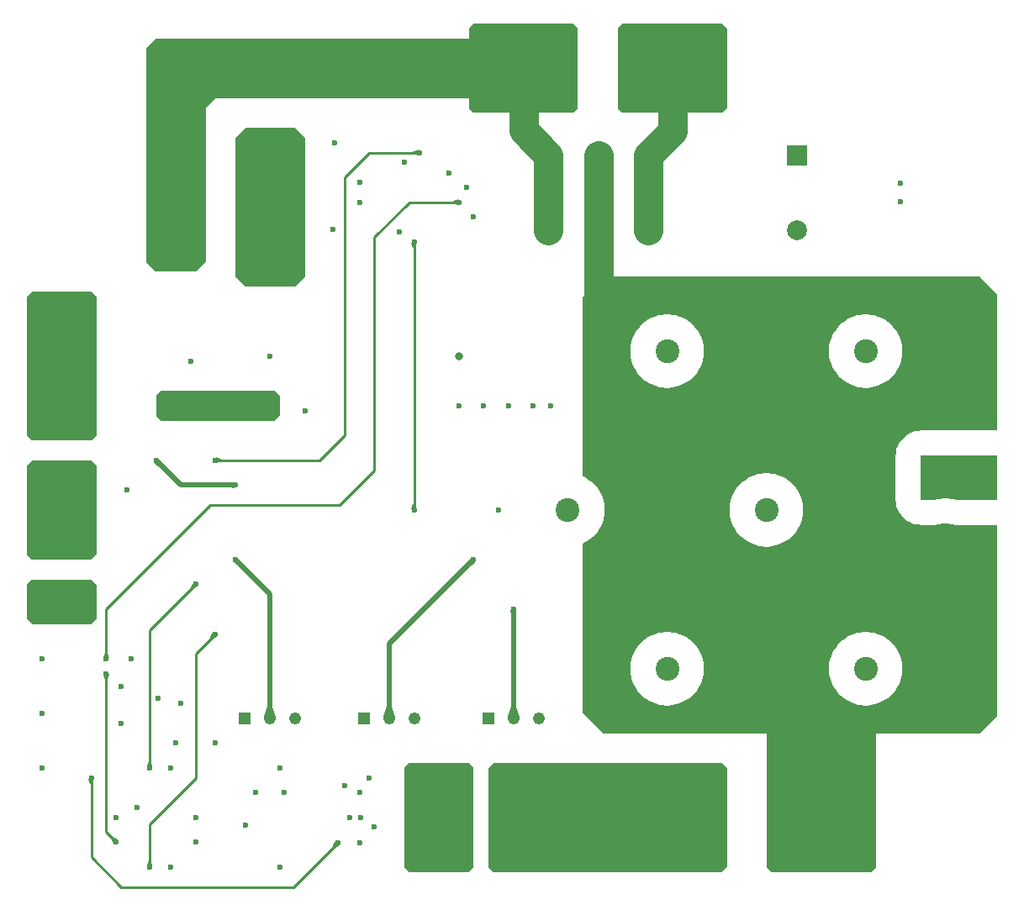
<source format=gbr>
%TF.GenerationSoftware,KiCad,Pcbnew,9.0.0*%
%TF.CreationDate,2025-08-07T11:31:08+08:00*%
%TF.ProjectId,Regen Clamp,52656765-6e20-4436-9c61-6d702e6b6963,1.1*%
%TF.SameCoordinates,PXa7d8c00PY8c30ac0*%
%TF.FileFunction,Copper,L4,Bot*%
%TF.FilePolarity,Positive*%
%FSLAX46Y46*%
G04 Gerber Fmt 4.6, Leading zero omitted, Abs format (unit mm)*
G04 Created by KiCad (PCBNEW 9.0.0) date 2025-08-07 11:31:08*
%MOMM*%
%LPD*%
G01*
G04 APERTURE LIST*
%TA.AperFunction,ComponentPad*%
%ADD10C,2.400000*%
%TD*%
%TA.AperFunction,ComponentPad*%
%ADD11C,2.900000*%
%TD*%
%TA.AperFunction,ComponentPad*%
%ADD12C,2.000000*%
%TD*%
%TA.AperFunction,ComponentPad*%
%ADD13R,2.000000X2.000000*%
%TD*%
%TA.AperFunction,ComponentPad*%
%ADD14R,1.218000X1.218000*%
%TD*%
%TA.AperFunction,ComponentPad*%
%ADD15C,1.218000*%
%TD*%
%TA.AperFunction,ComponentPad*%
%ADD16R,2.400000X2.400000*%
%TD*%
%TA.AperFunction,ViaPad*%
%ADD17C,0.600000*%
%TD*%
%TA.AperFunction,ViaPad*%
%ADD18C,0.800000*%
%TD*%
%TA.AperFunction,Conductor*%
%ADD19C,0.254000*%
%TD*%
%TA.AperFunction,Conductor*%
%ADD20C,3.000000*%
%TD*%
%TA.AperFunction,Conductor*%
%ADD21C,0.500000*%
%TD*%
G04 APERTURE END LIST*
D10*
%TO.P,J2,1,Pin_1*%
%TO.N,SW1*%
X5500000Y36500000D03*
%TO.P,J2,2,Pin_2*%
%TO.N,VIN-*%
X5500000Y31420000D03*
%TD*%
%TO.P,J5,1,Pin_1*%
%TO.N,VOUT+*%
X94500000Y37460000D03*
%TO.P,J5,2,Pin_2*%
%TO.N,VIN-*%
X94500000Y42540000D03*
%TD*%
D11*
%TO.P,J3,1,Pin_1*%
%TO.N,VOUT+*%
X78400000Y11500000D03*
X78400000Y6500000D03*
X85600000Y11500000D03*
X85600000Y6500000D03*
%TD*%
D10*
%TO.P,J1,1,Pin_1*%
%TO.N,SW2*%
X5500000Y48580000D03*
%TO.P,J1,2,Pin_2*%
%TO.N,SW1*%
X5500000Y43500000D03*
%TD*%
D12*
%TO.P,K1,11*%
%TO.N,VOUT+*%
X59537500Y75687500D03*
X59537500Y68187500D03*
%TO.P,K1,12*%
%TO.N,R_PRECHARGE-*%
X64537500Y75687500D03*
X64537500Y68187500D03*
%TO.P,K1,14*%
%TO.N,R_PRECHARGE+*%
X54537500Y75687500D03*
X54537500Y68187500D03*
D13*
%TO.P,K1,A1*%
%TO.N,+12V*%
X79537500Y75687500D03*
D12*
%TO.P,K1,A2*%
%TO.N,Net-(D6-A)*%
X79537500Y68187500D03*
%TD*%
D14*
%TO.P,RV2,1,1*%
%TO.N,unconnected-(RV2-Pad1)*%
X35960000Y19000000D03*
D15*
%TO.P,RV2,2,2*%
%TO.N,Net-(R42-Pad1)*%
X38500000Y19000000D03*
%TO.P,RV2,3,3*%
%TO.N,VIN-*%
X41040000Y19000000D03*
%TD*%
D16*
%TO.P,C23,1*%
%TO.N,VOUT+*%
X63977780Y40000000D03*
D10*
%TO.P,C23,2*%
%TO.N,VIN-*%
X56477780Y40000000D03*
%TD*%
D16*
%TO.P,C22,1*%
%TO.N,VOUT+*%
X73977780Y24000000D03*
D10*
%TO.P,C22,2*%
%TO.N,VIN-*%
X66477780Y24000000D03*
%TD*%
D11*
%TO.P,J4,1,Pin_1*%
%TO.N,R_DISCHARGE-*%
X63400000Y11500000D03*
X63400000Y6500000D03*
X70600000Y11500000D03*
X70600000Y6500000D03*
%TD*%
D14*
%TO.P,RV1,1,1*%
%TO.N,unconnected-(RV1-Pad1)*%
X48460000Y19000000D03*
D15*
%TO.P,RV1,2,2*%
%TO.N,Net-(R36-Pad1)*%
X51000000Y19000000D03*
%TO.P,RV1,3,3*%
%TO.N,VIN-*%
X53540000Y19000000D03*
%TD*%
D16*
%TO.P,C19,1*%
%TO.N,VOUT+*%
X83977780Y40000000D03*
D10*
%TO.P,C19,2*%
%TO.N,VIN-*%
X76477780Y40000000D03*
%TD*%
D16*
%TO.P,C20,1*%
%TO.N,VOUT+*%
X93977780Y56000000D03*
D10*
%TO.P,C20,2*%
%TO.N,VIN-*%
X86477780Y56000000D03*
%TD*%
D11*
%TO.P,J7,1,Pin_1*%
%TO.N,R_PRECHARGE-*%
X70600000Y82000000D03*
X70600000Y87000000D03*
X63400000Y82000000D03*
X63400000Y87000000D03*
%TD*%
%TO.P,J6,1,Pin_1*%
%TO.N,R_PRECHARGE+*%
X55600000Y82000000D03*
X55600000Y87000000D03*
X48400000Y82000000D03*
X48400000Y87000000D03*
%TD*%
D14*
%TO.P,RV3,1,1*%
%TO.N,unconnected-(RV3-Pad1)*%
X23960000Y19000000D03*
D15*
%TO.P,RV3,2,2*%
%TO.N,Net-(R23-Pad1)*%
X26500000Y19000000D03*
%TO.P,RV3,3,3*%
%TO.N,VIN-*%
X29040000Y19000000D03*
%TD*%
D16*
%TO.P,C24,1*%
%TO.N,VOUT+*%
X93977780Y24000000D03*
D10*
%TO.P,C24,2*%
%TO.N,VIN-*%
X86477780Y24000000D03*
%TD*%
D16*
%TO.P,C21,1*%
%TO.N,VOUT+*%
X73977780Y56000000D03*
D10*
%TO.P,C21,2*%
%TO.N,VIN-*%
X66477780Y56000000D03*
%TD*%
D17*
%TO.N,VIN+*%
X26500000Y55500000D03*
X12037500Y42000000D03*
X18500000Y55000000D03*
X30050000Y50000000D03*
D18*
%TO.N,VIN-*%
X43000000Y8500000D03*
D17*
X3500000Y19500000D03*
X29500000Y77000000D03*
D18*
X41000000Y13000000D03*
D17*
X24000000Y8250000D03*
D18*
X3500000Y31500000D03*
D17*
X11500000Y18500000D03*
X53000000Y50500000D03*
X19000000Y9000000D03*
X35637500Y9000000D03*
X11000000Y9000000D03*
D18*
X43000000Y4500000D03*
X28175000Y73525000D03*
D17*
X15250000Y21000000D03*
D18*
X24500000Y66000000D03*
D17*
X25000000Y11500000D03*
X27500000Y14000000D03*
D18*
X7500000Y31500000D03*
X28175000Y70475000D03*
X41000000Y6460000D03*
X96500000Y42500000D03*
X96500000Y44500000D03*
X28500000Y66000000D03*
X94500000Y44500000D03*
D17*
X40020000Y75000000D03*
X45500000Y50500000D03*
D18*
X7500000Y29500000D03*
D17*
X12500000Y25000000D03*
D18*
X43000000Y13000000D03*
X45000000Y4500000D03*
D17*
X39500000Y68000000D03*
D18*
X98500000Y44500000D03*
D17*
X34500000Y9000000D03*
X37000000Y8050000D03*
X44500000Y73905000D03*
X29500000Y67000000D03*
D18*
X26500000Y50000000D03*
X41000000Y4500000D03*
X18500000Y50000000D03*
X45000000Y13000000D03*
X24825000Y70475000D03*
D17*
X29500000Y76000000D03*
X17510000Y20490000D03*
X35500000Y11500000D03*
X49500000Y40000000D03*
X50500000Y50500000D03*
X90000000Y72950000D03*
X48000000Y50500000D03*
D18*
X28500000Y64000000D03*
D17*
X27500000Y4000000D03*
D18*
X26500000Y66000000D03*
D17*
X3500000Y14000000D03*
D18*
X24825000Y73525000D03*
X41000000Y8500000D03*
X24500000Y64000000D03*
D17*
X16500000Y14000000D03*
X13095000Y10000000D03*
D18*
X5500000Y29500000D03*
D17*
X36500000Y13000000D03*
X35500000Y6500000D03*
X21000000Y16500000D03*
X16500000Y4000000D03*
D18*
X26500000Y72000000D03*
D17*
X3500000Y25000000D03*
X35500000Y73000000D03*
D18*
X3500000Y29500000D03*
X98500000Y42500000D03*
X45000000Y8500000D03*
D17*
X47000000Y69500000D03*
X54750000Y50500000D03*
%TO.N,Net-(Q1-G)*%
X90000000Y71050000D03*
X46250000Y72510000D03*
D18*
%TO.N,+15V*%
X45500000Y55500000D03*
D17*
X19000000Y6525000D03*
X34020000Y12250000D03*
X32800000Y68300000D03*
X35500000Y71000000D03*
%TO.N,+12V*%
X11500000Y22250000D03*
X33000000Y77000000D03*
%TO.N,/VIN_REF*%
X41000000Y40000000D03*
X41000000Y67000000D03*
%TO.N,/VOUT_REF_PRE*%
X41500000Y76000000D03*
X21000000Y45000000D03*
%TO.N,VOUT_REF_DIS*%
X11000000Y6525000D03*
X10000000Y23500000D03*
D18*
%TO.N,VOUT+*%
X59537500Y58000000D03*
X59537500Y56000000D03*
X59537500Y60000000D03*
X62000000Y60000000D03*
X98500000Y37500000D03*
D17*
X62000000Y25000000D03*
D18*
X96500000Y35500000D03*
X62000000Y58000000D03*
X98500000Y35500000D03*
D17*
X62000000Y45000000D03*
D18*
X62000000Y56000000D03*
D17*
%TO.N,+5V*%
X27900000Y11500000D03*
X17000000Y16500000D03*
%TO.N,/Comparator/VIN_REF_H*%
X21000000Y27500000D03*
X14365000Y4000000D03*
%TO.N,/Comparator/VIN_REF_L*%
X14365000Y14000000D03*
X19000000Y32500000D03*
D18*
%TO.N,R_PRECHARGE+*%
X15000000Y65500000D03*
X15000000Y73500000D03*
X15000000Y71500000D03*
X15000000Y75500000D03*
X17000000Y69500000D03*
X19000000Y69500000D03*
X15000000Y67500000D03*
X15000000Y69500000D03*
%TO.N,R_DISCHARGE-*%
X55925000Y6225000D03*
X51075000Y11775000D03*
X55925000Y11775000D03*
X51075000Y6225000D03*
X53500000Y9000000D03*
D17*
%TO.N,/PRE*%
X45500000Y71000000D03*
X10000000Y25000000D03*
%TO.N,/DIS*%
X33362500Y6500000D03*
X8510000Y13000000D03*
D18*
%TO.N,SW2*%
X5500000Y54500000D03*
X3500000Y54500000D03*
X7500000Y54500000D03*
D17*
%TO.N,Net-(R36-Pad1)*%
X51000000Y30000000D03*
%TO.N,Net-(R42-Pad1)*%
X47000000Y35000000D03*
%TO.N,Net-(R23-Pad1)*%
X23000000Y42500000D03*
X15000000Y45000000D03*
X23000000Y35000000D03*
%TD*%
D19*
%TO.N,/VIN_REF*%
X41000000Y40000000D02*
X41000000Y67000000D01*
%TO.N,/VOUT_REF_PRE*%
X34000000Y73500000D02*
X34000000Y47500000D01*
X28500000Y45000000D02*
X31500000Y45000000D01*
X28500000Y45000000D02*
X21000000Y45000000D01*
X36500000Y76000000D02*
X34000000Y73500000D01*
X41500000Y76000000D02*
X36500000Y76000000D01*
X34000000Y47500000D02*
X31500000Y45000000D01*
%TO.N,VOUT_REF_DIS*%
X10000000Y23500000D02*
X10000000Y7525000D01*
X10000000Y7525000D02*
X11000000Y6525000D01*
D20*
%TO.N,VOUT+*%
X59537500Y68187500D02*
X59537500Y60000000D01*
X59537500Y58000000D02*
X59537500Y56000000D01*
X59537500Y75687500D02*
X59537500Y68187500D01*
X59537500Y60000000D02*
X59537500Y58000000D01*
D19*
%TO.N,/Comparator/VIN_REF_H*%
X19000000Y13000000D02*
X14365000Y8365000D01*
X19000000Y25500000D02*
X21000000Y27500000D01*
X14365000Y8365000D02*
X14365000Y4000000D01*
X19000000Y13000000D02*
X19000000Y25500000D01*
%TO.N,/Comparator/VIN_REF_L*%
X14365000Y27865000D02*
X19000000Y32500000D01*
X14365000Y14000000D02*
X14365000Y27865000D01*
D20*
%TO.N,R_PRECHARGE+*%
X52000000Y78225000D02*
X52000000Y84500000D01*
X54537500Y75687500D02*
X52000000Y78225000D01*
X54537500Y75687500D02*
X54537500Y68187500D01*
%TO.N,R_PRECHARGE-*%
X67000000Y78150000D02*
X67000000Y83000000D01*
X64537500Y75687500D02*
X64537500Y68187500D01*
X67000000Y83000000D02*
X67000000Y84500000D01*
X64537500Y75687500D02*
X67000000Y78150000D01*
D19*
%TO.N,/PRE*%
X40500000Y71000000D02*
X45500000Y71000000D01*
X33500000Y40500000D02*
X37000000Y44000000D01*
X10000000Y30000000D02*
X20500000Y40500000D01*
X37000000Y67500000D02*
X40500000Y71000000D01*
X37000000Y44000000D02*
X37000000Y67500000D01*
X10000000Y25000000D02*
X10000000Y30000000D01*
X20500000Y40500000D02*
X33500000Y40500000D01*
%TO.N,/DIS*%
X28862500Y2000000D02*
X33362500Y6500000D01*
X8510000Y13000000D02*
X8510000Y4990000D01*
X8510000Y4990000D02*
X11500000Y2000000D01*
X11500000Y2000000D02*
X28862500Y2000000D01*
D21*
%TO.N,Net-(R36-Pad1)*%
X51000000Y19000000D02*
X51000000Y30000000D01*
%TO.N,Net-(R42-Pad1)*%
X38500000Y26500000D02*
X38500000Y19000000D01*
X47000000Y35000000D02*
X38500000Y26500000D01*
%TO.N,Net-(R23-Pad1)*%
X23000000Y42500000D02*
X17500000Y42500000D01*
X23000000Y35000000D02*
X26500000Y31500000D01*
X26500000Y31500000D02*
X26500000Y19000000D01*
X17500000Y42500000D02*
X15000000Y45000000D01*
%TD*%
%TA.AperFunction,Conductor*%
%TO.N,R_PRECHARGE-*%
G36*
X72018306Y88981694D02*
G01*
X72481694Y88518306D01*
X72500000Y88474112D01*
X72500000Y80525888D01*
X72481694Y80481694D01*
X72018306Y80018306D01*
X71974112Y80000000D01*
X62025888Y80000000D01*
X61981694Y80018306D01*
X61518306Y80481694D01*
X61500000Y80525888D01*
X61500000Y88474112D01*
X61518306Y88518306D01*
X61981694Y88981694D01*
X62025888Y89000000D01*
X71974112Y89000000D01*
X72018306Y88981694D01*
G37*
%TD.AperFunction*%
%TD*%
%TA.AperFunction,Conductor*%
%TO.N,R_PRECHARGE+*%
G36*
X46500000Y81500000D02*
G01*
X45500000Y81500000D01*
X21000000Y81500000D01*
X20000000Y80500000D01*
X20000000Y65025888D01*
X19981694Y64981694D01*
X19018306Y64018306D01*
X18974112Y64000000D01*
X15025888Y64000000D01*
X14981694Y64018306D01*
X14018306Y64981694D01*
X14000000Y65025888D01*
X14000000Y86474112D01*
X14018306Y86518306D01*
X14981694Y87481694D01*
X15025888Y87500000D01*
X45750000Y87500000D01*
X46500000Y87500000D01*
X46500000Y81500000D01*
G37*
%TD.AperFunction*%
%TD*%
%TA.AperFunction,Conductor*%
%TO.N,SW1*%
G36*
X8518306Y44981694D02*
G01*
X8981694Y44518306D01*
X9000000Y44474112D01*
X9000000Y35525888D01*
X8981694Y35481694D01*
X8518306Y35018306D01*
X8474112Y35000000D01*
X2525888Y35000000D01*
X2481694Y35018306D01*
X2018306Y35481694D01*
X2000000Y35525888D01*
X2000000Y44474112D01*
X2018306Y44518306D01*
X2481694Y44981694D01*
X2525888Y45000000D01*
X8474112Y45000000D01*
X8518306Y44981694D01*
G37*
%TD.AperFunction*%
%TD*%
%TA.AperFunction,Conductor*%
%TO.N,VIN-*%
G36*
X29018306Y78481694D02*
G01*
X29981694Y77518306D01*
X30000000Y77474112D01*
X30000000Y63525888D01*
X29981694Y63481694D01*
X29018306Y62518306D01*
X28974112Y62500000D01*
X24025888Y62500000D01*
X23981694Y62518306D01*
X23018306Y63481694D01*
X23000000Y63525888D01*
X23000000Y77474112D01*
X23018306Y77518306D01*
X23981694Y78481694D01*
X24025888Y78500000D01*
X28974112Y78500000D01*
X29018306Y78481694D01*
G37*
%TD.AperFunction*%
%TD*%
%TA.AperFunction,Conductor*%
%TO.N,VOUT+*%
G36*
X87500000Y17000000D02*
G01*
X87500000Y4025888D01*
X87481694Y3981694D01*
X87018306Y3518306D01*
X86974112Y3500000D01*
X77025888Y3500000D01*
X76981694Y3518306D01*
X76518306Y3981694D01*
X76500000Y4025888D01*
X76500000Y17000000D01*
X76500000Y17500000D01*
X87500000Y17500000D01*
X87500000Y17000000D01*
G37*
%TD.AperFunction*%
%TD*%
%TA.AperFunction,Conductor*%
%TO.N,VOUT+*%
G36*
X98018306Y63481694D02*
G01*
X99731194Y61768806D01*
X99749500Y61724612D01*
X99749500Y48068000D01*
X99731194Y48023806D01*
X99687000Y48005500D01*
X92062492Y48005500D01*
X92023123Y48005191D01*
X91709468Y47980504D01*
X91709444Y47980501D01*
X91401362Y47916697D01*
X91401352Y47916695D01*
X91103686Y47814780D01*
X91059417Y47796443D01*
X90987284Y47765228D01*
X90987246Y47765210D01*
X90709196Y47617990D01*
X90451767Y47437068D01*
X90219053Y47225317D01*
X90219044Y47225307D01*
X90014706Y46986060D01*
X90014703Y46986057D01*
X89841960Y46723084D01*
X89841954Y46723073D01*
X89703534Y46440529D01*
X89685199Y46396264D01*
X89670445Y46359837D01*
X89573214Y46060593D01*
X89514258Y45751530D01*
X89514257Y45751525D01*
X89514257Y45751522D01*
X89494500Y45437500D01*
X89494500Y45437491D01*
X89494500Y41062492D01*
X89494809Y41023124D01*
X89519496Y40709469D01*
X89519499Y40709445D01*
X89583303Y40401363D01*
X89583305Y40401353D01*
X89658478Y40181794D01*
X89685224Y40103676D01*
X89703530Y40059482D01*
X89703557Y40059418D01*
X89734772Y39987285D01*
X89734790Y39987247D01*
X89824291Y39818210D01*
X89882010Y39709196D01*
X90062930Y39451770D01*
X90274688Y39219049D01*
X90513944Y39014703D01*
X90776924Y38841956D01*
X90931489Y38766235D01*
X91059471Y38703535D01*
X91059476Y38703533D01*
X91059482Y38703530D01*
X91103676Y38685224D01*
X91140164Y38670445D01*
X91439407Y38573215D01*
X91748478Y38514257D01*
X92062500Y38494500D01*
X92062509Y38494500D01*
X93412744Y38494500D01*
X93440622Y38494802D01*
X93466788Y38495084D01*
X93659021Y38511351D01*
X93780303Y38521612D01*
X93780317Y38521614D01*
X93781395Y38521775D01*
X93798453Y38524304D01*
X93851937Y38532829D01*
X94158173Y38605080D01*
X94206371Y38619702D01*
X94212304Y38621187D01*
X94321438Y38642895D01*
X94327497Y38643794D01*
X94382866Y38649247D01*
X94438233Y38654699D01*
X94444358Y38655000D01*
X94555642Y38655000D01*
X94561768Y38654699D01*
X94672500Y38643794D01*
X94678562Y38642895D01*
X94787690Y38621188D01*
X94793640Y38619698D01*
X94841894Y38605060D01*
X94887695Y38591706D01*
X94893821Y38589919D01*
X95201547Y38524304D01*
X95219690Y38521613D01*
X95231881Y38519940D01*
X95273249Y38514259D01*
X95273253Y38514259D01*
X95273266Y38514257D01*
X95587288Y38494500D01*
X95587298Y38494500D01*
X99687000Y38494500D01*
X99731194Y38476194D01*
X99749500Y38432000D01*
X99749500Y19275388D01*
X99731194Y19231194D01*
X98018306Y17518306D01*
X97974112Y17500000D01*
X60025888Y17500000D01*
X59981694Y17518306D01*
X58018306Y19481694D01*
X58000000Y19525888D01*
X58000000Y24181791D01*
X62777280Y24181791D01*
X62777280Y23818210D01*
X62812916Y23456377D01*
X62883846Y23099782D01*
X62883850Y23099767D01*
X62989394Y22751836D01*
X62989396Y22751831D01*
X62989398Y22751825D01*
X63128532Y22415926D01*
X63299923Y22095274D01*
X63501929Y21792951D01*
X63501932Y21792948D01*
X63732578Y21511905D01*
X63732584Y21511898D01*
X63989677Y21254805D01*
X63989684Y21254799D01*
X64270727Y21024153D01*
X64270730Y21024150D01*
X64270736Y21024146D01*
X64573048Y20822147D01*
X64573050Y20822146D01*
X64573053Y20822144D01*
X64694864Y20757035D01*
X64893704Y20650753D01*
X65229604Y20511619D01*
X65229603Y20511619D01*
X65229606Y20511618D01*
X65229616Y20511614D01*
X65577547Y20406070D01*
X65577556Y20406069D01*
X65577561Y20406067D01*
X65672729Y20387138D01*
X65934149Y20335138D01*
X65934154Y20335138D01*
X65934157Y20335137D01*
X65934155Y20335137D01*
X66118470Y20316984D01*
X66295986Y20299500D01*
X66295990Y20299500D01*
X66659570Y20299500D01*
X66659574Y20299500D01*
X66894789Y20322667D01*
X67021403Y20335137D01*
X67021405Y20335138D01*
X67021411Y20335138D01*
X67378013Y20406070D01*
X67725944Y20511614D01*
X68061856Y20650753D01*
X68382512Y20822147D01*
X68684824Y21024146D01*
X68965881Y21254803D01*
X69222977Y21511899D01*
X69453634Y21792956D01*
X69655633Y22095268D01*
X69827027Y22415924D01*
X69966166Y22751836D01*
X70071710Y23099767D01*
X70142642Y23456369D01*
X70178280Y23818206D01*
X70178280Y24181791D01*
X82777280Y24181791D01*
X82777280Y23818210D01*
X82812916Y23456377D01*
X82883846Y23099782D01*
X82883850Y23099767D01*
X82989394Y22751836D01*
X82989396Y22751831D01*
X82989398Y22751825D01*
X83128532Y22415926D01*
X83299923Y22095274D01*
X83501929Y21792951D01*
X83501932Y21792948D01*
X83732578Y21511905D01*
X83732584Y21511898D01*
X83989677Y21254805D01*
X83989684Y21254799D01*
X84270727Y21024153D01*
X84270730Y21024150D01*
X84270736Y21024146D01*
X84573048Y20822147D01*
X84573050Y20822146D01*
X84573053Y20822144D01*
X84694864Y20757035D01*
X84893704Y20650753D01*
X85229604Y20511619D01*
X85229603Y20511619D01*
X85229606Y20511618D01*
X85229616Y20511614D01*
X85577547Y20406070D01*
X85577556Y20406069D01*
X85577561Y20406067D01*
X85672729Y20387138D01*
X85934149Y20335138D01*
X85934154Y20335138D01*
X85934157Y20335137D01*
X85934155Y20335137D01*
X86118470Y20316984D01*
X86295986Y20299500D01*
X86295990Y20299500D01*
X86659570Y20299500D01*
X86659574Y20299500D01*
X86894789Y20322667D01*
X87021403Y20335137D01*
X87021405Y20335138D01*
X87021411Y20335138D01*
X87378013Y20406070D01*
X87725944Y20511614D01*
X88061856Y20650753D01*
X88382512Y20822147D01*
X88684824Y21024146D01*
X88965881Y21254803D01*
X89222977Y21511899D01*
X89453634Y21792956D01*
X89655633Y22095268D01*
X89827027Y22415924D01*
X89966166Y22751836D01*
X90071710Y23099767D01*
X90142642Y23456369D01*
X90178280Y23818206D01*
X90178280Y24181794D01*
X90142642Y24543631D01*
X90071710Y24900233D01*
X89966166Y25248164D01*
X89827027Y25584076D01*
X89655633Y25904732D01*
X89453634Y26207044D01*
X89453630Y26207050D01*
X89453627Y26207053D01*
X89222981Y26488096D01*
X89222975Y26488103D01*
X88965882Y26745196D01*
X88965875Y26745202D01*
X88684832Y26975848D01*
X88684829Y26975851D01*
X88382506Y27177857D01*
X88061854Y27349248D01*
X87725955Y27488382D01*
X87725956Y27488382D01*
X87725947Y27488385D01*
X87725944Y27488386D01*
X87537167Y27545651D01*
X87378014Y27593930D01*
X87377998Y27593934D01*
X87021402Y27664864D01*
X87021404Y27664864D01*
X86743200Y27692264D01*
X86659574Y27700500D01*
X86295986Y27700500D01*
X86212359Y27692264D01*
X85934156Y27664864D01*
X85577561Y27593934D01*
X85577545Y27593930D01*
X85359139Y27527677D01*
X85229616Y27488386D01*
X85229612Y27488385D01*
X85229604Y27488382D01*
X84893705Y27349248D01*
X84573053Y27177857D01*
X84270730Y26975851D01*
X84270727Y26975848D01*
X83989684Y26745202D01*
X83989677Y26745196D01*
X83732584Y26488103D01*
X83732578Y26488096D01*
X83501932Y26207053D01*
X83501929Y26207050D01*
X83299923Y25904727D01*
X83128532Y25584075D01*
X82989398Y25248176D01*
X82883850Y24900235D01*
X82883846Y24900219D01*
X82812916Y24543624D01*
X82777280Y24181791D01*
X70178280Y24181791D01*
X70178280Y24181794D01*
X70142642Y24543631D01*
X70071710Y24900233D01*
X69966166Y25248164D01*
X69827027Y25584076D01*
X69655633Y25904732D01*
X69453634Y26207044D01*
X69453630Y26207050D01*
X69453627Y26207053D01*
X69222981Y26488096D01*
X69222975Y26488103D01*
X68965882Y26745196D01*
X68965875Y26745202D01*
X68684832Y26975848D01*
X68684829Y26975851D01*
X68382506Y27177857D01*
X68061854Y27349248D01*
X67725955Y27488382D01*
X67725956Y27488382D01*
X67725947Y27488385D01*
X67725944Y27488386D01*
X67537167Y27545651D01*
X67378014Y27593930D01*
X67377998Y27593934D01*
X67021402Y27664864D01*
X67021404Y27664864D01*
X66743200Y27692264D01*
X66659574Y27700500D01*
X66295986Y27700500D01*
X66212359Y27692264D01*
X65934156Y27664864D01*
X65577561Y27593934D01*
X65577545Y27593930D01*
X65359139Y27527677D01*
X65229616Y27488386D01*
X65229612Y27488385D01*
X65229604Y27488382D01*
X64893705Y27349248D01*
X64573053Y27177857D01*
X64270730Y26975851D01*
X64270727Y26975848D01*
X63989684Y26745202D01*
X63989677Y26745196D01*
X63732584Y26488103D01*
X63732578Y26488096D01*
X63501932Y26207053D01*
X63501929Y26207050D01*
X63299923Y25904727D01*
X63128532Y25584075D01*
X62989398Y25248176D01*
X62883850Y24900235D01*
X62883846Y24900219D01*
X62812916Y24543624D01*
X62777280Y24181791D01*
X58000000Y24181791D01*
X58000000Y36583371D01*
X58018306Y36627565D01*
X58038579Y36641112D01*
X58061856Y36650753D01*
X58382512Y36822147D01*
X58684824Y37024146D01*
X58965881Y37254803D01*
X59222977Y37511899D01*
X59453634Y37792956D01*
X59655633Y38095268D01*
X59827027Y38415924D01*
X59966166Y38751836D01*
X60071710Y39099767D01*
X60142642Y39456369D01*
X60178280Y39818206D01*
X60178280Y40181791D01*
X72777280Y40181791D01*
X72777280Y39818210D01*
X72812916Y39456377D01*
X72883846Y39099782D01*
X72883850Y39099767D01*
X72989394Y38751836D01*
X72989396Y38751831D01*
X72989398Y38751825D01*
X73128532Y38415926D01*
X73299923Y38095274D01*
X73501929Y37792951D01*
X73501932Y37792948D01*
X73732578Y37511905D01*
X73732584Y37511898D01*
X73989677Y37254805D01*
X73989684Y37254799D01*
X74270727Y37024153D01*
X74270730Y37024150D01*
X74270736Y37024146D01*
X74573048Y36822147D01*
X74573050Y36822146D01*
X74573053Y36822144D01*
X74694864Y36757035D01*
X74893704Y36650753D01*
X75229604Y36511619D01*
X75229603Y36511619D01*
X75229606Y36511618D01*
X75229616Y36511614D01*
X75577547Y36406070D01*
X75577556Y36406069D01*
X75577561Y36406067D01*
X75672729Y36387138D01*
X75934149Y36335138D01*
X75934154Y36335138D01*
X75934157Y36335137D01*
X75934155Y36335137D01*
X76118470Y36316984D01*
X76295986Y36299500D01*
X76295990Y36299500D01*
X76659570Y36299500D01*
X76659574Y36299500D01*
X76894789Y36322667D01*
X77021403Y36335137D01*
X77021405Y36335138D01*
X77021411Y36335138D01*
X77378013Y36406070D01*
X77725944Y36511614D01*
X78061856Y36650753D01*
X78382512Y36822147D01*
X78684824Y37024146D01*
X78965881Y37254803D01*
X79222977Y37511899D01*
X79453634Y37792956D01*
X79655633Y38095268D01*
X79827027Y38415924D01*
X79966166Y38751836D01*
X80071710Y39099767D01*
X80142642Y39456369D01*
X80178280Y39818206D01*
X80178280Y40181794D01*
X80142642Y40543631D01*
X80071710Y40900233D01*
X79966166Y41248164D01*
X79827027Y41584076D01*
X79655633Y41904732D01*
X79453634Y42207044D01*
X79453630Y42207050D01*
X79453627Y42207053D01*
X79222981Y42488096D01*
X79222975Y42488103D01*
X78965882Y42745196D01*
X78965875Y42745202D01*
X78684832Y42975848D01*
X78684829Y42975851D01*
X78382506Y43177857D01*
X78061854Y43349248D01*
X77725955Y43488382D01*
X77725956Y43488382D01*
X77725947Y43488385D01*
X77725944Y43488386D01*
X77537167Y43545651D01*
X77378014Y43593930D01*
X77377998Y43593934D01*
X77021402Y43664864D01*
X77021404Y43664864D01*
X76743200Y43692264D01*
X76659574Y43700500D01*
X76295986Y43700500D01*
X76212359Y43692264D01*
X75934156Y43664864D01*
X75577561Y43593934D01*
X75577545Y43593930D01*
X75359139Y43527677D01*
X75229616Y43488386D01*
X75229612Y43488385D01*
X75229604Y43488382D01*
X74893705Y43349248D01*
X74573053Y43177857D01*
X74270730Y42975851D01*
X74270727Y42975848D01*
X73989684Y42745202D01*
X73989677Y42745196D01*
X73732584Y42488103D01*
X73732578Y42488096D01*
X73501932Y42207053D01*
X73501929Y42207050D01*
X73299923Y41904727D01*
X73128532Y41584075D01*
X72989398Y41248176D01*
X72883850Y40900235D01*
X72883846Y40900219D01*
X72812916Y40543624D01*
X72777280Y40181791D01*
X60178280Y40181791D01*
X60178280Y40181794D01*
X60142642Y40543631D01*
X60071710Y40900233D01*
X59966166Y41248164D01*
X59827027Y41584076D01*
X59655633Y41904732D01*
X59453634Y42207044D01*
X59453630Y42207050D01*
X59453627Y42207053D01*
X59222981Y42488096D01*
X59222975Y42488103D01*
X58965882Y42745196D01*
X58965875Y42745202D01*
X58684832Y42975848D01*
X58684829Y42975851D01*
X58382506Y43177857D01*
X58061858Y43349246D01*
X58061853Y43349248D01*
X58038581Y43358888D01*
X58004757Y43392714D01*
X58000000Y43416630D01*
X58000000Y56181791D01*
X62777280Y56181791D01*
X62777280Y55818210D01*
X62812916Y55456377D01*
X62883846Y55099782D01*
X62883850Y55099767D01*
X62989394Y54751836D01*
X62989396Y54751831D01*
X62989398Y54751825D01*
X63128532Y54415926D01*
X63299923Y54095274D01*
X63501929Y53792951D01*
X63501932Y53792948D01*
X63732578Y53511905D01*
X63732584Y53511898D01*
X63989677Y53254805D01*
X63989684Y53254799D01*
X64270727Y53024153D01*
X64270730Y53024150D01*
X64270736Y53024146D01*
X64573048Y52822147D01*
X64573050Y52822146D01*
X64573053Y52822144D01*
X64694864Y52757035D01*
X64893704Y52650753D01*
X65229604Y52511619D01*
X65229603Y52511619D01*
X65229606Y52511618D01*
X65229616Y52511614D01*
X65577547Y52406070D01*
X65577556Y52406069D01*
X65577561Y52406067D01*
X65672729Y52387138D01*
X65934149Y52335138D01*
X65934154Y52335138D01*
X65934157Y52335137D01*
X65934155Y52335137D01*
X66118470Y52316984D01*
X66295986Y52299500D01*
X66295990Y52299500D01*
X66659570Y52299500D01*
X66659574Y52299500D01*
X66894789Y52322667D01*
X67021403Y52335137D01*
X67021405Y52335138D01*
X67021411Y52335138D01*
X67378013Y52406070D01*
X67725944Y52511614D01*
X68061856Y52650753D01*
X68382512Y52822147D01*
X68684824Y53024146D01*
X68965881Y53254803D01*
X69222977Y53511899D01*
X69453634Y53792956D01*
X69655633Y54095268D01*
X69827027Y54415924D01*
X69966166Y54751836D01*
X70071710Y55099767D01*
X70142642Y55456369D01*
X70178280Y55818206D01*
X70178280Y56181791D01*
X82777280Y56181791D01*
X82777280Y55818210D01*
X82812916Y55456377D01*
X82883846Y55099782D01*
X82883850Y55099767D01*
X82989394Y54751836D01*
X82989396Y54751831D01*
X82989398Y54751825D01*
X83128532Y54415926D01*
X83299923Y54095274D01*
X83501929Y53792951D01*
X83501932Y53792948D01*
X83732578Y53511905D01*
X83732584Y53511898D01*
X83989677Y53254805D01*
X83989684Y53254799D01*
X84270727Y53024153D01*
X84270730Y53024150D01*
X84270736Y53024146D01*
X84573048Y52822147D01*
X84573050Y52822146D01*
X84573053Y52822144D01*
X84694864Y52757035D01*
X84893704Y52650753D01*
X85229604Y52511619D01*
X85229603Y52511619D01*
X85229606Y52511618D01*
X85229616Y52511614D01*
X85577547Y52406070D01*
X85577556Y52406069D01*
X85577561Y52406067D01*
X85672729Y52387138D01*
X85934149Y52335138D01*
X85934154Y52335138D01*
X85934157Y52335137D01*
X85934155Y52335137D01*
X86118470Y52316984D01*
X86295986Y52299500D01*
X86295990Y52299500D01*
X86659570Y52299500D01*
X86659574Y52299500D01*
X86894789Y52322667D01*
X87021403Y52335137D01*
X87021405Y52335138D01*
X87021411Y52335138D01*
X87378013Y52406070D01*
X87725944Y52511614D01*
X88061856Y52650753D01*
X88382512Y52822147D01*
X88684824Y53024146D01*
X88965881Y53254803D01*
X89222977Y53511899D01*
X89453634Y53792956D01*
X89655633Y54095268D01*
X89827027Y54415924D01*
X89966166Y54751836D01*
X90071710Y55099767D01*
X90142642Y55456369D01*
X90178280Y55818206D01*
X90178280Y56181794D01*
X90142642Y56543631D01*
X90071710Y56900233D01*
X89966166Y57248164D01*
X89827027Y57584076D01*
X89655633Y57904732D01*
X89453634Y58207044D01*
X89453630Y58207050D01*
X89453627Y58207053D01*
X89222981Y58488096D01*
X89222975Y58488103D01*
X88965882Y58745196D01*
X88965875Y58745202D01*
X88684832Y58975848D01*
X88684829Y58975851D01*
X88382506Y59177857D01*
X88061854Y59349248D01*
X87725955Y59488382D01*
X87725956Y59488382D01*
X87725947Y59488385D01*
X87725944Y59488386D01*
X87537167Y59545651D01*
X87378014Y59593930D01*
X87377998Y59593934D01*
X87021402Y59664864D01*
X87021404Y59664864D01*
X86743200Y59692264D01*
X86659574Y59700500D01*
X86295986Y59700500D01*
X86212359Y59692264D01*
X85934156Y59664864D01*
X85577561Y59593934D01*
X85577545Y59593930D01*
X85359139Y59527677D01*
X85229616Y59488386D01*
X85229612Y59488385D01*
X85229604Y59488382D01*
X84893705Y59349248D01*
X84573053Y59177857D01*
X84270730Y58975851D01*
X84270727Y58975848D01*
X83989684Y58745202D01*
X83989677Y58745196D01*
X83732584Y58488103D01*
X83732578Y58488096D01*
X83501932Y58207053D01*
X83501929Y58207050D01*
X83299923Y57904727D01*
X83128532Y57584075D01*
X82989398Y57248176D01*
X82883850Y56900235D01*
X82883846Y56900219D01*
X82812916Y56543624D01*
X82777280Y56181791D01*
X70178280Y56181791D01*
X70178280Y56181794D01*
X70142642Y56543631D01*
X70071710Y56900233D01*
X69966166Y57248164D01*
X69827027Y57584076D01*
X69655633Y57904732D01*
X69453634Y58207044D01*
X69453630Y58207050D01*
X69453627Y58207053D01*
X69222981Y58488096D01*
X69222975Y58488103D01*
X68965882Y58745196D01*
X68965875Y58745202D01*
X68684832Y58975848D01*
X68684829Y58975851D01*
X68382506Y59177857D01*
X68061854Y59349248D01*
X67725955Y59488382D01*
X67725956Y59488382D01*
X67725947Y59488385D01*
X67725944Y59488386D01*
X67537167Y59545651D01*
X67378014Y59593930D01*
X67377998Y59593934D01*
X67021402Y59664864D01*
X67021404Y59664864D01*
X66743200Y59692264D01*
X66659574Y59700500D01*
X66295986Y59700500D01*
X66212359Y59692264D01*
X65934156Y59664864D01*
X65577561Y59593934D01*
X65577545Y59593930D01*
X65359139Y59527677D01*
X65229616Y59488386D01*
X65229612Y59488385D01*
X65229604Y59488382D01*
X64893705Y59349248D01*
X64573053Y59177857D01*
X64270730Y58975851D01*
X64270727Y58975848D01*
X63989684Y58745202D01*
X63989677Y58745196D01*
X63732584Y58488103D01*
X63732578Y58488096D01*
X63501932Y58207053D01*
X63501929Y58207050D01*
X63299923Y57904727D01*
X63128532Y57584075D01*
X62989398Y57248176D01*
X62883850Y56900235D01*
X62883846Y56900219D01*
X62812916Y56543624D01*
X62777280Y56181791D01*
X58000000Y56181791D01*
X58000000Y61474112D01*
X58018306Y61518306D01*
X59981694Y63481694D01*
X60025888Y63500000D01*
X97974112Y63500000D01*
X98018306Y63481694D01*
G37*
%TD.AperFunction*%
%TD*%
%TA.AperFunction,Conductor*%
%TO.N,VIN-*%
G36*
X8518306Y32981694D02*
G01*
X8981694Y32518306D01*
X9000000Y32474112D01*
X9000000Y29025888D01*
X8981694Y28981694D01*
X8518306Y28518306D01*
X8474112Y28500000D01*
X2525888Y28500000D01*
X2481694Y28518306D01*
X2018306Y28981694D01*
X2000000Y29025888D01*
X2000000Y32474112D01*
X2018306Y32518306D01*
X2481694Y32981694D01*
X2525888Y33000000D01*
X8474112Y33000000D01*
X8518306Y32981694D01*
G37*
%TD.AperFunction*%
%TD*%
%TA.AperFunction,Conductor*%
%TO.N,R_PRECHARGE+*%
G36*
X57018306Y88981694D02*
G01*
X57481694Y88518306D01*
X57500000Y88474112D01*
X57500000Y80525888D01*
X57481694Y80481694D01*
X57018306Y80018306D01*
X56974112Y80000000D01*
X47025888Y80000000D01*
X46981694Y80018306D01*
X46518306Y80481694D01*
X46500000Y80525888D01*
X46500000Y81000000D01*
X46500000Y88474112D01*
X46518306Y88518306D01*
X46981694Y88981694D01*
X47025888Y89000000D01*
X56974112Y89000000D01*
X57018306Y88981694D01*
G37*
%TD.AperFunction*%
%TD*%
%TA.AperFunction,Conductor*%
%TO.N,R_DISCHARGE-*%
G36*
X72018306Y14481694D02*
G01*
X72481694Y14018306D01*
X72500000Y13974112D01*
X72500000Y4025888D01*
X72481694Y3981694D01*
X72018306Y3518306D01*
X71974112Y3500000D01*
X49025888Y3500000D01*
X48981694Y3518306D01*
X48518306Y3981694D01*
X48500000Y4025888D01*
X48500000Y13974112D01*
X48518306Y14018306D01*
X48981694Y14481694D01*
X49025888Y14500000D01*
X71974112Y14500000D01*
X72018306Y14481694D01*
G37*
%TD.AperFunction*%
%TD*%
%TA.AperFunction,Conductor*%
%TO.N,SW2*%
G36*
X8518306Y61981694D02*
G01*
X8981694Y61518306D01*
X9000000Y61474112D01*
X9000000Y47525888D01*
X8981694Y47481694D01*
X8518306Y47018306D01*
X8474112Y47000000D01*
X2525888Y47000000D01*
X2481694Y47018306D01*
X2018306Y47481694D01*
X2000000Y47525888D01*
X2000000Y61474112D01*
X2018306Y61518306D01*
X2481694Y61981694D01*
X2525888Y62000000D01*
X8474112Y62000000D01*
X8518306Y61981694D01*
G37*
%TD.AperFunction*%
%TD*%
%TA.AperFunction,Conductor*%
%TO.N,VIN-*%
G36*
X99731194Y45481694D02*
G01*
X99749500Y45437500D01*
X99749500Y41062500D01*
X99731194Y41018306D01*
X99687000Y41000000D01*
X95587288Y41000000D01*
X95569145Y41002691D01*
X95400234Y41053930D01*
X95400218Y41053934D01*
X95043622Y41124864D01*
X95043624Y41124864D01*
X94765420Y41152264D01*
X94681794Y41160500D01*
X94318206Y41160500D01*
X94234579Y41152264D01*
X93956376Y41124864D01*
X93599781Y41053934D01*
X93599765Y41053930D01*
X93430855Y41002691D01*
X93412712Y41000000D01*
X92062500Y41000000D01*
X92018306Y41018306D01*
X92000000Y41062500D01*
X92000000Y45437500D01*
X92018306Y45481694D01*
X92062500Y45500000D01*
X99687000Y45500000D01*
X99731194Y45481694D01*
G37*
%TD.AperFunction*%
%TD*%
%TA.AperFunction,Conductor*%
%TO.N,VIN-*%
G36*
X27018306Y51981694D02*
G01*
X27481694Y51518306D01*
X27500000Y51474112D01*
X27500000Y49525888D01*
X27481694Y49481694D01*
X27018306Y49018306D01*
X26974112Y49000000D01*
X15525888Y49000000D01*
X15481694Y49018306D01*
X15018306Y49481694D01*
X15000000Y49525888D01*
X15000000Y51474112D01*
X15018306Y51518306D01*
X15481694Y51981694D01*
X15525888Y52000000D01*
X26974112Y52000000D01*
X27018306Y51981694D01*
G37*
%TD.AperFunction*%
%TD*%
%TA.AperFunction,Conductor*%
%TO.N,/Comparator/VIN_REF_L*%
G36*
X18760331Y32660114D02*
G01*
X18761367Y32659500D01*
X18998734Y32502016D01*
X19002015Y32498735D01*
X19159499Y32261368D01*
X19161218Y32252580D01*
X19156218Y32245151D01*
X19155182Y32244537D01*
X18677235Y31994005D01*
X18668316Y31993200D01*
X18663530Y31996095D01*
X18496094Y32163531D01*
X18492667Y32171804D01*
X18494003Y32177234D01*
X18744538Y32655185D01*
X18751412Y32660919D01*
X18760331Y32660114D01*
G37*
%TD.AperFunction*%
%TD*%
%TA.AperFunction,Conductor*%
%TO.N,Net-(R23-Pad1)*%
G36*
X15256166Y45158735D02*
G01*
X15589998Y44764808D01*
X15592732Y44756281D01*
X15589345Y44748971D01*
X15251029Y44410655D01*
X15242756Y44407228D01*
X15235192Y44410002D01*
X14841265Y44743834D01*
X14837169Y44751797D01*
X14839079Y44759227D01*
X14997985Y44998737D01*
X15001263Y45002015D01*
X15240773Y45160921D01*
X15249560Y45162639D01*
X15256166Y45158735D01*
G37*
%TD.AperFunction*%
%TD*%
%TA.AperFunction,Conductor*%
%TO.N,/Comparator/VIN_REF_L*%
G36*
X14491669Y14590809D02*
G01*
X14494564Y14586023D01*
X14655370Y14070910D01*
X14654565Y14061991D01*
X14647689Y14056255D01*
X14646522Y14055955D01*
X14367320Y13999470D01*
X14362680Y13999470D01*
X14083477Y14055955D01*
X14076048Y14060955D01*
X14074329Y14069743D01*
X14074625Y14070898D01*
X14235436Y14586024D01*
X14241172Y14592899D01*
X14246604Y14594236D01*
X14483396Y14594236D01*
X14491669Y14590809D01*
G37*
%TD.AperFunction*%
%TD*%
%TA.AperFunction,Conductor*%
%TO.N,/VIN_REF*%
G36*
X41281523Y66944045D02*
G01*
X41288951Y66939046D01*
X41290670Y66930258D01*
X41290370Y66929091D01*
X41129564Y66413977D01*
X41123828Y66407101D01*
X41118396Y66405764D01*
X40881604Y66405764D01*
X40873331Y66409191D01*
X40870436Y66413977D01*
X40709629Y66929091D01*
X40710434Y66938010D01*
X40717310Y66943746D01*
X40718458Y66944042D01*
X40997682Y67000531D01*
X41002318Y67000531D01*
X41281523Y66944045D01*
G37*
%TD.AperFunction*%
%TD*%
%TA.AperFunction,Conductor*%
%TO.N,/VIN_REF*%
G36*
X41126669Y40590809D02*
G01*
X41129564Y40586023D01*
X41290370Y40070910D01*
X41289565Y40061991D01*
X41282689Y40056255D01*
X41281522Y40055955D01*
X41002320Y39999470D01*
X40997680Y39999470D01*
X40718477Y40055955D01*
X40711048Y40060955D01*
X40709329Y40069743D01*
X40709625Y40070898D01*
X40870436Y40586024D01*
X40876172Y40592899D01*
X40881604Y40594236D01*
X41118396Y40594236D01*
X41126669Y40590809D01*
G37*
%TD.AperFunction*%
%TD*%
%TA.AperFunction,Conductor*%
%TO.N,VIN-*%
G36*
X46518306Y14481694D02*
G01*
X46981694Y14018306D01*
X47000000Y13974112D01*
X47000000Y4025888D01*
X46981694Y3981694D01*
X46518306Y3518306D01*
X46474112Y3500000D01*
X40525888Y3500000D01*
X40481694Y3518306D01*
X40018306Y3981694D01*
X40000000Y4025888D01*
X40000000Y13974112D01*
X40018306Y14018306D01*
X40481694Y14481694D01*
X40525888Y14500000D01*
X46474112Y14500000D01*
X46518306Y14481694D01*
G37*
%TD.AperFunction*%
%TD*%
%TA.AperFunction,Conductor*%
%TO.N,VOUT_REF_DIS*%
G36*
X10281523Y23444045D02*
G01*
X10288951Y23439046D01*
X10290670Y23430258D01*
X10290370Y23429091D01*
X10129564Y22913977D01*
X10123828Y22907101D01*
X10118396Y22905764D01*
X9881604Y22905764D01*
X9873331Y22909191D01*
X9870436Y22913977D01*
X9709629Y23429091D01*
X9710434Y23438010D01*
X9717310Y23443746D01*
X9718458Y23444042D01*
X9997682Y23500531D01*
X10002318Y23500531D01*
X10281523Y23444045D01*
G37*
%TD.AperFunction*%
%TD*%
%TA.AperFunction,Conductor*%
%TO.N,Net-(R36-Pad1)*%
G36*
X51249728Y20202871D02*
G01*
X51252600Y20198157D01*
X51593319Y19131268D01*
X51592572Y19122345D01*
X51585733Y19116564D01*
X51584475Y19116238D01*
X51002301Y18999462D01*
X50997699Y18999462D01*
X50415524Y19116238D01*
X50408086Y19121224D01*
X50406354Y19130010D01*
X50406677Y19131259D01*
X50747400Y20198158D01*
X50753181Y20204996D01*
X50758545Y20206298D01*
X51241455Y20206298D01*
X51249728Y20202871D01*
G37*
%TD.AperFunction*%
%TD*%
%TA.AperFunction,Conductor*%
%TO.N,/DIS*%
G36*
X33122831Y6660114D02*
G01*
X33123867Y6659500D01*
X33361234Y6502016D01*
X33364515Y6498735D01*
X33521999Y6261368D01*
X33523718Y6252580D01*
X33518718Y6245151D01*
X33517682Y6244537D01*
X33039735Y5994005D01*
X33030816Y5993200D01*
X33026030Y5996095D01*
X32858594Y6163531D01*
X32855167Y6171804D01*
X32856503Y6177234D01*
X33107038Y6655185D01*
X33113912Y6660919D01*
X33122831Y6660114D01*
G37*
%TD.AperFunction*%
%TD*%
%TA.AperFunction,Conductor*%
%TO.N,/Comparator/VIN_REF_H*%
G36*
X20760331Y27660114D02*
G01*
X20761367Y27659500D01*
X20998734Y27502016D01*
X21002015Y27498735D01*
X21159499Y27261368D01*
X21161218Y27252580D01*
X21156218Y27245151D01*
X21155182Y27244537D01*
X20677235Y26994005D01*
X20668316Y26993200D01*
X20663530Y26996095D01*
X20496094Y27163531D01*
X20492667Y27171804D01*
X20494003Y27177234D01*
X20744538Y27655185D01*
X20751412Y27660919D01*
X20760331Y27660114D01*
G37*
%TD.AperFunction*%
%TD*%
%TA.AperFunction,Conductor*%
%TO.N,Net-(R23-Pad1)*%
G36*
X22939631Y42790646D02*
G01*
X22943535Y42784040D01*
X23000530Y42502320D01*
X23000530Y42497680D01*
X22943535Y42215961D01*
X22938535Y42208532D01*
X22931104Y42206621D01*
X22416501Y42249114D01*
X22408538Y42253210D01*
X22405764Y42260774D01*
X22405764Y42739227D01*
X22409191Y42747500D01*
X22416499Y42750887D01*
X22931104Y42793380D01*
X22939631Y42790646D01*
G37*
%TD.AperFunction*%
%TD*%
%TA.AperFunction,Conductor*%
%TO.N,/VOUT_REF_PRE*%
G36*
X21070902Y45290373D02*
G01*
X21586023Y45129564D01*
X21592899Y45123828D01*
X21594236Y45118396D01*
X21594236Y44881605D01*
X21590809Y44873332D01*
X21586023Y44870437D01*
X21070909Y44709630D01*
X21061990Y44710435D01*
X21056254Y44717311D01*
X21055957Y44718463D01*
X20999469Y44997682D01*
X20999469Y45002320D01*
X21055955Y45281526D01*
X21060954Y45288952D01*
X21069742Y45290671D01*
X21070902Y45290373D01*
G37*
%TD.AperFunction*%
%TD*%
%TA.AperFunction,Conductor*%
%TO.N,/VOUT_REF_PRE*%
G36*
X41438009Y76289566D02*
G01*
X41443745Y76282690D01*
X41444045Y76281523D01*
X41500530Y76002320D01*
X41500530Y75997680D01*
X41444045Y75718478D01*
X41439045Y75711049D01*
X41430257Y75709330D01*
X41429090Y75709630D01*
X40913977Y75870437D01*
X40907101Y75876173D01*
X40905764Y75881605D01*
X40905764Y76118396D01*
X40909191Y76126669D01*
X40913977Y76129564D01*
X41429091Y76290371D01*
X41438009Y76289566D01*
G37*
%TD.AperFunction*%
%TD*%
%TA.AperFunction,Conductor*%
%TO.N,/PRE*%
G36*
X45438009Y71289566D02*
G01*
X45443745Y71282690D01*
X45444045Y71281523D01*
X45500530Y71002320D01*
X45500530Y70997680D01*
X45444045Y70718478D01*
X45439045Y70711049D01*
X45430257Y70709330D01*
X45429090Y70709630D01*
X44913977Y70870437D01*
X44907101Y70876173D01*
X44905764Y70881605D01*
X44905764Y71118396D01*
X44909191Y71126669D01*
X44913977Y71129564D01*
X45429091Y71290371D01*
X45438009Y71289566D01*
G37*
%TD.AperFunction*%
%TD*%
%TA.AperFunction,Conductor*%
%TO.N,/Comparator/VIN_REF_H*%
G36*
X14491669Y4590809D02*
G01*
X14494564Y4586023D01*
X14655370Y4070910D01*
X14654565Y4061991D01*
X14647689Y4056255D01*
X14646522Y4055955D01*
X14367320Y3999470D01*
X14362680Y3999470D01*
X14083477Y4055955D01*
X14076048Y4060955D01*
X14074329Y4069743D01*
X14074625Y4070898D01*
X14235436Y4586024D01*
X14241172Y4592899D01*
X14246604Y4594236D01*
X14483396Y4594236D01*
X14491669Y4590809D01*
G37*
%TD.AperFunction*%
%TD*%
%TA.AperFunction,Conductor*%
%TO.N,Net-(R23-Pad1)*%
G36*
X23256166Y35158735D02*
G01*
X23589998Y34764808D01*
X23592732Y34756281D01*
X23589345Y34748971D01*
X23251029Y34410655D01*
X23242756Y34407228D01*
X23235192Y34410002D01*
X22841265Y34743834D01*
X22837169Y34751797D01*
X22839079Y34759227D01*
X22997985Y34998737D01*
X23001263Y35002015D01*
X23240773Y35160921D01*
X23249560Y35162639D01*
X23256166Y35158735D01*
G37*
%TD.AperFunction*%
%TD*%
%TA.AperFunction,Conductor*%
%TO.N,/PRE*%
G36*
X10126669Y25590809D02*
G01*
X10129564Y25586023D01*
X10290370Y25070910D01*
X10289565Y25061991D01*
X10282689Y25056255D01*
X10281522Y25055955D01*
X10002320Y24999470D01*
X9997680Y24999470D01*
X9718477Y25055955D01*
X9711048Y25060955D01*
X9709329Y25069743D01*
X9709625Y25070898D01*
X9870436Y25586024D01*
X9876172Y25592899D01*
X9881604Y25594236D01*
X10118396Y25594236D01*
X10126669Y25590809D01*
G37*
%TD.AperFunction*%
%TD*%
%TA.AperFunction,Conductor*%
%TO.N,/DIS*%
G36*
X8791523Y12944045D02*
G01*
X8798951Y12939046D01*
X8800670Y12930258D01*
X8800370Y12929091D01*
X8639564Y12413977D01*
X8633828Y12407101D01*
X8628396Y12405764D01*
X8391604Y12405764D01*
X8383331Y12409191D01*
X8380436Y12413977D01*
X8219629Y12929091D01*
X8220434Y12938010D01*
X8227310Y12943746D01*
X8228458Y12944042D01*
X8507682Y13000531D01*
X8512318Y13000531D01*
X8791523Y12944045D01*
G37*
%TD.AperFunction*%
%TD*%
%TA.AperFunction,Conductor*%
%TO.N,Net-(R36-Pad1)*%
G36*
X51284039Y29943536D02*
G01*
X51291468Y29938536D01*
X51293379Y29931105D01*
X51250887Y29416501D01*
X51246791Y29408538D01*
X51239227Y29405764D01*
X50760773Y29405764D01*
X50752500Y29409191D01*
X50749113Y29416501D01*
X50706620Y29931105D01*
X50709354Y29939632D01*
X50715959Y29943536D01*
X50997682Y30000531D01*
X51002318Y30000531D01*
X51284039Y29943536D01*
G37*
%TD.AperFunction*%
%TD*%
%TA.AperFunction,Conductor*%
%TO.N,Net-(R42-Pad1)*%
G36*
X46759227Y35160920D02*
G01*
X46998734Y35002016D01*
X47002015Y34998735D01*
X47160919Y34759228D01*
X47162638Y34750440D01*
X47158734Y34743834D01*
X46764807Y34410002D01*
X46756280Y34407268D01*
X46748970Y34410655D01*
X46410654Y34748971D01*
X46407227Y34757244D01*
X46410001Y34764808D01*
X46609913Y35000707D01*
X46743834Y35158736D01*
X46751796Y35162831D01*
X46759227Y35160920D01*
G37*
%TD.AperFunction*%
%TD*%
%TA.AperFunction,Conductor*%
%TO.N,VOUT_REF_DIS*%
G36*
X10677233Y7030997D02*
G01*
X11155182Y6780463D01*
X11160918Y6773588D01*
X11160113Y6764669D01*
X11159499Y6763633D01*
X11002015Y6526266D01*
X10998734Y6522985D01*
X10761367Y6365501D01*
X10752579Y6363782D01*
X10745150Y6368782D01*
X10744541Y6369809D01*
X10494003Y6847766D01*
X10493199Y6856684D01*
X10496092Y6861468D01*
X10663531Y7028907D01*
X10671803Y7032333D01*
X10677233Y7030997D01*
G37*
%TD.AperFunction*%
%TD*%
%TA.AperFunction,Conductor*%
%TO.N,Net-(R23-Pad1)*%
G36*
X26749728Y20202871D02*
G01*
X26752600Y20198157D01*
X27093319Y19131268D01*
X27092572Y19122345D01*
X27085733Y19116564D01*
X27084475Y19116238D01*
X26502301Y18999462D01*
X26497699Y18999462D01*
X25915524Y19116238D01*
X25908086Y19121224D01*
X25906354Y19130010D01*
X25906677Y19131259D01*
X26247400Y20198158D01*
X26253181Y20204996D01*
X26258545Y20206298D01*
X26741455Y20206298D01*
X26749728Y20202871D01*
G37*
%TD.AperFunction*%
%TD*%
%TA.AperFunction,Conductor*%
%TO.N,Net-(R42-Pad1)*%
G36*
X38749728Y20202871D02*
G01*
X38752600Y20198157D01*
X39093319Y19131268D01*
X39092572Y19122345D01*
X39085733Y19116564D01*
X39084475Y19116238D01*
X38502301Y18999462D01*
X38497699Y18999462D01*
X37915524Y19116238D01*
X37908086Y19121224D01*
X37906354Y19130010D01*
X37906677Y19131259D01*
X38247400Y20198158D01*
X38253181Y20204996D01*
X38258545Y20206298D01*
X38741455Y20206298D01*
X38749728Y20202871D01*
G37*
%TD.AperFunction*%
%TD*%
M02*

</source>
